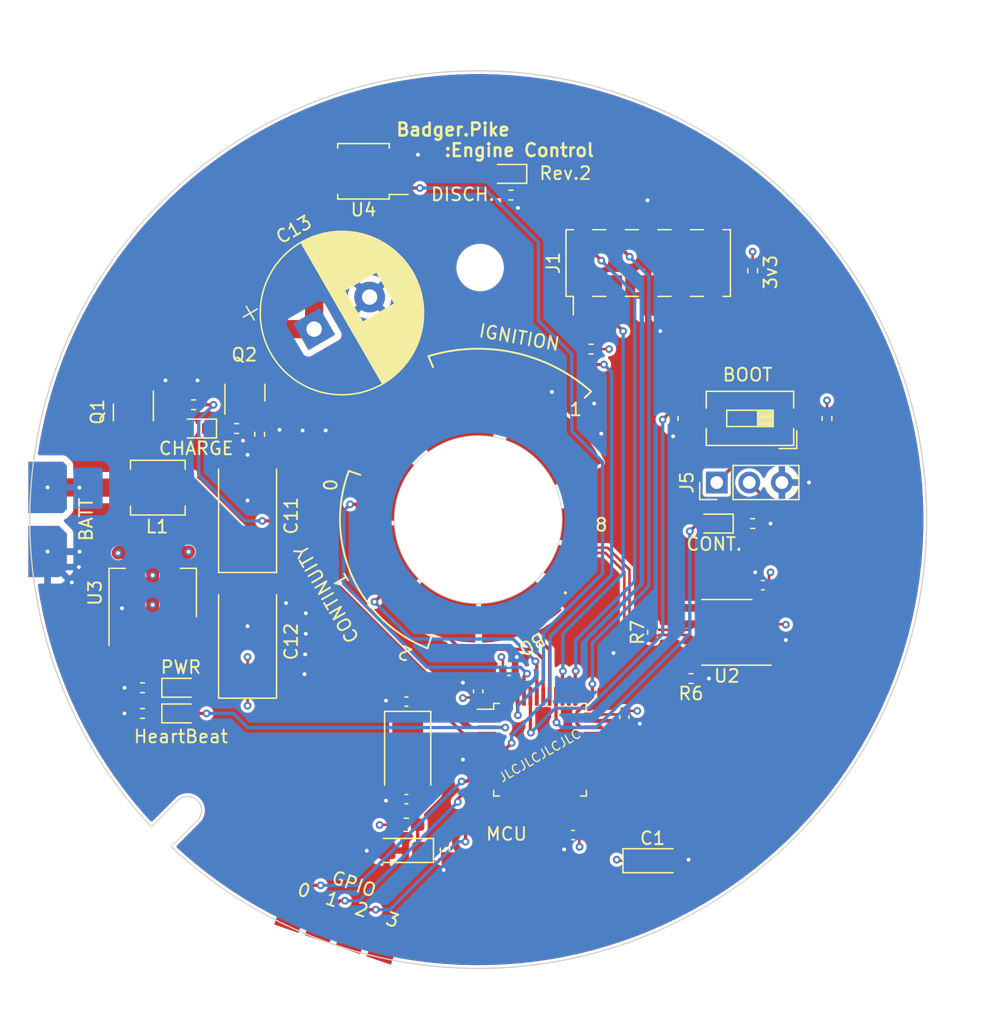
<source format=kicad_pcb>
(kicad_pcb (version 20210722) (generator pcbnew)
  (layers (0 "F.Cu" signal) (1 "In1.Cu" power) (2 "In2.Cu" power) (31 "B.Cu" signal) (34 "B.Paste" user) (35 "F.Paste" user) (36 "B.SilkS" user "B.Silkscreen") (37 "F.SilkS" user "F.Silkscreen") (38 "B.Mask" user) (39 "F.Mask" user) (44 "Edge.Cuts" user))
  (net 0 "")
  (net 1 "+3V3")
  (net 2 "GND")
  (net 3 "/MCU/Vdda")
  (net 4 "/MCU/XTAL_IN")
  (net 5 "/MCU/XTAL_OUT")
  (net 6 "Net-(C11-Pad1)")
  (net 7 "Net-(D1-Pad1)")
  (net 8 "Net-(D1-Pad2)")
  (net 9 "Net-(D2-Pad1)")
  (net 10 "Net-(D3-Pad1)")
  (net 11 "/Ignition/CONT_INDICATION")
  (net 12 "/MCU/nRESET")
  (net 13 "/MCU/SWCLK")
  (net 14 "/MCU/SWO")
  (net 15 "/MCU/SWDIO")
  (net 16 "Net-(J1-Pad7)")
  (net 19 "/Ignition/BATT+")
  (net 20 "/Ignition/CONT0")
  (net 21 "/Ignition/CONT1")
  (net 22 "/Ignition/CONT2")
  (net 23 "/Ignition/BURNOUT")
  (net 24 "Net-(R1-Pad1)")
  (net 25 "Net-(R2-Pad2)")
  (net 26 "Net-(R6-Pad2)")
  (net 27 "/Ignition/IGN0")
  (net 28 "Net-(C13-Pad1)")
  (net 29 "/MCU/GPIO0")
  (net 30 "/MCU/GPIO1")
  (net 31 "/MCU/GPIO2")
  (net 32 "/MCU/GPIO3")
  (net 40 "Net-(D4-Pad1)")
  (net 41 "Net-(D4-Pad2)")
  (net 47 "/MCU/CAN_RX")
  (net 48 "/MCU/CAN_TX")
  (net 50 "Net-(D5-Pad1)")
  (net 52 "/MCU/UART_TX")
  (net 53 "/MCU/UART_RX")
  (net 54 "/Ignition/CAN+")
  (net 55 "/Ignition/CAN-")
  (net 56 "Net-(D5-Pad2)")
  (net 57 "/Ignition/IGN+")
  (net 58 "Net-(Q2-Pad1)")
  (net 59 "/Ignition/CHARGE")
  (net 60 "/MCU/SCL")
  (net 61 "/MCU/SDA")
  (net 62 "/Ignition/nDISCHARGE")
  (footprint "Connector_PinHeader_2.00mm:PinHeader_1x02_P2.00mm_Vertical" (layer "F.Cu") (at 66.406933 100)
    (fp_text reference "J3")
    (fp_text value "BATT")
  )
  (footprint "Resistor_SMD:R_0402_1005Metric" (layer "F.Cu") (at 73.806933 113.118644 180)
    (fp_text reference "R8")
    (fp_text value "1.5k")
  )
  (footprint "Resistor_SMD:R_0402_1005Metric" (layer "F.Cu") (at 115.206933 92.118644 90)
    (fp_text reference "R2")
    (fp_text value "10k")
  )
  (footprint "Inductor_SMD:L_0603_1608Metric_Pad1.05x0.95mm_HandSolder" (layer "F.Cu") (at 94.4 123.8)
    (fp_text reference "FB1")
    (fp_text value "180 @ 100 Mhz")
  )
  (footprint "Resistor_SMD:R_0402_1005Metric" (layer "F.Cu") (at 77.8 91.06 180)
    (fp_text reference "R11")
    (fp_text value "220R")
  )
  (footprint "Capacitor_Tantalum_SMD:CP_EIA-7343-31_Kemet-D" (layer "F.Cu") (at 82.006933 109.518644 90)
    (fp_text reference "C12")
    (fp_text value "100u")
  )
  (footprint "Resistor_SMD:R_0402_1005Metric" (layer "F.Cu") (at 121.406933 80.608644 90)
    (fp_text reference "R5")
    (fp_text value "0R")
  )
  (footprint "Package_TO_SOT_SMD:SOT-23" (layer "F.Cu") (at 73.1 91.66 -90)
    (fp_text reference "Q1")
    (fp_text value "Q_NMOS_GSD")
  )
  (footprint "MountingHole:MountingHole_3.2mm_M3" (layer "F.Cu") (at 100.15 80.36)
    (fp_text reference "REF**")
    (fp_text value "MountingHole_3.2mm_M3")
  )
  (footprint "Connector_PinHeader_2.54mm:PinHeader_2x05_P2.54mm_Vertical_SMD" (layer "F.Cu") (at 113.26 80.01 90)
    (fp_text reference "J1")
    (fp_text value "Debugger")
  )
  (footprint "LED_SMD:LED_0603_1608Metric" (layer "F.Cu") (at 76.806933 115.118644)
    (fp_text reference "D1")
    (fp_text value "LED_HeartBeat")
  )
  (footprint "Resistor_SMD:R_0402_1005Metric" (layer "F.Cu") (at 127.206933 92.118644 90)
    (fp_text reference "R1")
    (fp_text value "1.5k")
  )
  (footprint "Package_TO_SOT_SMD:SOT-23" (layer "F.Cu") (at 81.8 90.11 90)
    (fp_text reference "Q2")
    (fp_text value "Q_NMOS_GSD")
  )
  (footprint "Resistor_SMD:R_0402_1005Metric" (layer "F.Cu") (at 82.95 93.36 90)
    (fp_text reference "R13")
    (fp_text value "220R")
  )
  (footprint "badger-connectors:CentroidPad-8-13mm" (layer "F.Cu") (at 100 100)
    (fp_text reference "J2")
    (fp_text value "Centroid")
  )
  (footprint "Capacitor_SMD:C_0402_1005Metric" (layer "F.Cu") (at 100 113.4 90)
    (fp_text reference "C7")
    (fp_text value "100nF")
  )
  (footprint "LED_SMD:LED_0603_1608Metric" (layer "F.Cu") (at 102.3 73.06 180)
    (fp_text reference "D5")
    (fp_text value "LED_Discharge")
  )
  (footprint "Capacitor_SMD:C_0402_1005Metric" (layer "F.Cu") (at 122.206933 105.118644 180)
    (fp_text reference "C10")
    (fp_text value "100nF")
  )
  (footprint "Capacitor_Tantalum_SMD:CP_EIA-7343-31_Kemet-D" (layer "F.Cu") (at 82.006933 99.718644 90)
    (fp_text reference "C11")
    (fp_text value "100uF")
  )
  (footprint "Capacitor_SMD:C_0402_1005Metric" (layer "F.Cu") (at 94.4 114.2 180)
    (fp_text reference "C8")
    (fp_text value "10pF")
  )
  (footprint "Crystal:Crystal_SMD_5032-2Pin_5.0x3.2mm" (layer "F.Cu") (at 94.5 118.01 -90)
    (fp_text reference "Y1")
    (fp_text value "8 Mhz 5032")
  )
  (footprint "Capacitor_SMD:C_0402_1005Metric" (layer "F.Cu") (at 94.4 121.8 180)
    (fp_text reference "C9")
    (fp_text value "10pF")
  )
  (footprint "Package_SO:SOIC-8_3.9x4.9mm_P1.27mm" (layer "F.Cu") (at 119.4 108.8 180)
    (fp_text reference "U2")
    (fp_text value "SN65HVD230")
  )
  (footprint "Capacitor_SMD:C_0402_1005Metric" (layer "F.Cu") (at 97.4 125.72 -90)
    (fp_text reference "C5")
    (fp_text value "100nF")
  )
  (footprint "Resistor_SMD:R_0402_1005Metric" (layer "F.Cu") (at 73.806933 115.118644)
    (fp_text reference "R3")
    (fp_text value "1.5k")
  )
  (footprint "Capacitor_THT:CP_Radial_D12.5mm_P5.00mm" (layer "F.Cu") (at 87.2 85.16 30)
    (fp_text reference "C13")
    (fp_text value "2000uF")
  )
  (footprint "LED_SMD:LED_0603_1608Metric" (layer "F.Cu") (at 76.806933 113.118644)
    (fp_text reference "D2")
    (fp_text value "LED_PWR")
  )
  (footprint "Resistor_SMD:R_0402_1005Metric" (layer "F.Cu") (at 81.15 92.91 180)
    (fp_text reference "R9")
    (fp_text value "1.5k")
  )
  (footprint "Package_TO_SOT_SMD:SOT-223-3_TabPin2" (layer "F.Cu") (at 74.606933 105.718644 90)
    (fp_text reference "U3")
    (fp_text value "AMS1117-3.3")
  )
  (footprint "LED_SMD:LED_0603_1608Metric" (layer "F.Cu") (at 118.406933 100.318644 180)
    (fp_text reference "D3")
    (fp_text value "LED_Cont.")
  )
  (footprint "Capacitor_SMD:C_0402_1005Metric" (layer "F.Cu") (at 102.4 111.8)
    (fp_text reference "C6")
    (fp_text value "100nF")
  )
  (footprint "Package_SO:SOP-4_3.8x4.1mm_P2.54mm" (layer "F.Cu") (at 91.05 72.86 180)
    (fp_text reference "U4")
    (fp_text value "CPC1135N")
  )
  (footprint "Resistor_SMD:R_0402_1005Metric" (layer "F.Cu") (at 116.6 112.4 180)
    (fp_text reference "R6")
    (fp_text value "0R")
  )
  (footprint "Resistor_SMD:R_0402_1005Metric" (layer "F.Cu") (at 108.806933 86.718644 180)
    (fp_text reference "R4")
    (fp_text value "10k")
  )
  (footprint "Button_Switch_SMD:SW_DIP_SPSTx01_Slide_6.7x4.1mm_W6.73mm_P2.54mm_LowProfile_JPin" (layer "F.Cu") (at 121.2 92.118644 180)
    (fp_text reference "SW1")
    (fp_text value "BOOT")
  )
  (footprint "Inductor_SMD:L_Vishay_IHLP-1616" (layer "F.Cu") (at 75.006933 97.518644)
    (fp_text reference "L1")
    (fp_text value "4.7uH")
  )
  (footprint "Package_QFP:LQFP-48_7x7mm_P0.5mm" (layer "F.Cu") (at 104.82 117.95)
    (fp_text reference "U1")
    (fp_text value "STM32F103C8Tx")
  )
  (footprint "Capacitor_SMD:C_0402_1005Metric" (layer "F.Cu") (at 107.4 124.6 180)
    (fp_text reference "C2")
    (fp_text value "100nF")
  )
  (footprint "LED_SMD:LED_0603_1608Metric" (layer "F.Cu") (at 78.1 92.91 180)
    (fp_text reference "D4")
    (fp_text value "LED_Charge")
  )
  (footprint "Capacitor_Tantalum_SMD:CP_EIA-3216-18_Kemet-A" (layer "F.Cu") (at 94.2 125.8 180)
    (fp_text reference "C3")
    (fp_text value "1uF")
  )
  (footprint "Capacitor_SMD:C_0402_1005Metric" (layer "F.Cu") (at 111.4 115.4 -90)
    (fp_text reference "C4")
    (fp_text value "100nF")
  )
  (footprint "Resistor_SMD:R_0402_1005Metric" (layer "F.Cu") (at 121.406933 100.318644)
    (fp_text reference "R10")
    (fp_text value "1.5k")
  )
  (footprint "Connector_PinHeader_2.54mm:PinHeader_1x04_P2.54mm_Vertical" (layer "F.Cu") (at 85.436101 130.718968 71)
    (fp_text reference "J7")
    (fp_text value "GPIO")
  )
  (footprint "Resistor_SMD:R_0402_1005Metric" (layer "F.Cu") (at 102.55 74.71)
    (fp_text reference "R12")
    (fp_text value "1.5k")
  )
  (footprint "Resistor_SMD:R_0402_1005Metric" (layer "F.Cu") (at 113.6 108.8 90)
    (fp_text reference "R7")
    (fp_text value "120R")
  )
  (footprint "Capacitor_Tantalum_SMD:CP_EIA-3216-18_Kemet-A" (layer "F.Cu") (at 113.6 126.6)
    (fp_text reference "C1")
    (fp_text value "10uF")
  )
  (footprint "Connector_PinHeader_2.54mm:PinHeader_1x03_P2.54mm_Vertical" (layer "F.Cu") (at 118.606933 97.118644 90)
    (fp_text reference "J5")
    (fp_text value "UART")
  )
  (gr_arc (start 100 100.01) (end 108.806933 90.018644) (angle -58.32224609) (layer "F.SilkS") (width 0.15))
  (gr_line (start 96.472089 88.118294) (end 96.122089 87.268294) (layer "F.SilkS") (width 0.15))
  (gr_arc (start 100 100.01) (end 89.906934 96.218644) (angle -89.09307395) (layer "F.SilkS") (width 0.15))
  (gr_line (start 108.306933 90.518644) (end 108.806933 90.018644) (layer "F.SilkS") (width 0.15))
  (gr_line (start 96.349364 109.141792) (end 96.049364 110.041792) (layer "F.SilkS") (width 0.15))
  (gr_line (start 90.806933 96.518644) (end 89.906933 96.218644) (layer "F.SilkS") (width 0.15))
  (gr_line (start 76.574597 121.885403) (end 74.5 123.96) (layer "Edge.Cuts") (width 0.1))
  (gr_arc (start 100 100.01) (end 74.5 123.96) (angle 356.409327) (layer "Edge.Cuts") (width 0.1))
  (gr_circle (center 100 100.01) (end 106.5 100.01) (layer "Edge.Cuts") (width 0.15) (fill none))
  (gr_arc (start 77.324597 122.685403) (end 78.124597 123.435403) (angle -176.3047795) (layer "Edge.Cuts") (width 0.1))
  (gr_line (start 78.124597 123.435403) (end 76.05 125.51) (layer "Edge.Cuts") (width 0.1))
  (gr_text "1" (at 88.606933 129.618644 341) (layer "F.SilkS") (effects (font (size 1 1))))
  (gr_text "DISCH." (at 98.8 74.66) (layer "F.SilkS") (effects (font (size 1 1))))
  (gr_text "MCU" (at 102.206933 124.518644) (layer "F.SilkS") (effects (font (size 1 1))))
  (gr_text "CONT." (at 118.406933 101.918644) (layer "F.SilkS") (effects (font (size 1 1))))
  (gr_text "3" (at 93.306933 131.218644 341) (layer "F.SilkS") (effects (font (size 1 1))))
  (gr_text "2" (at 94.3 110.41 155) (layer "F.SilkS") (effects (font (size 1 1))))
  (gr_text "3v3" (at 122.806933 80.718644 90) (layer "F.SilkS") (effects (font (size 1 1))))
  (gr_text "CHARGE" (at 78 94.46) (layer "F.SilkS") (effects (font (size 1 1))))
  (gr_text "2" (at 90.906933 130.418644 341) (layer "F.SilkS") (effects (font (size 1 1))))
  (gr_text "." (at 106.8 105.31) (layer "F.SilkS") (effects (font (size 1 1))))
  (gr_text "1" (at 107.606933 91.418644) (layer "F.SilkS") (effects (font (size 1 1))))
  (gr_text "PWR" (at 76.806933 111.518644) (layer "F.SilkS") (effects (font (size 1 1))))
  (gr_text "0" (at 88.5 97.31 90) (layer "F.SilkS") (effects (font (size 1 1))))
  (gr_text "IGNITION" (at 103.206933 85.818644 -10) (layer "F.SilkS") (effects (font (size 1 1))))
  (gr_text "BO" (at 104.2 109.71 210) (layer "F.SilkS") (effects (font (size 1 1))))
  (gr_text "JLCJLCJLCJLC" (at 104.8 118.41 30) (layer "F.SilkS") (effects (font (size 0.7 0.7) (thickness 0.1))))
  (gr_text "Badger.Pike\n	:Engine Control" (at 93.5 70.41) (layer "F.SilkS") (effects (font (size 1 1) (thickness 0.2)) (justify left)))
  (gr_text "1" (at 89.3 104.71 120) (layer "F.SilkS") (effects (font (size 1 1))))
  (gr_text "0" (at 86.406933 128.918644 341) (layer "F.SilkS") (effects (font (size 1 1))))
  (gr_text "CONTINUITY" (at 88.2 105.81 120) (layer "F.SilkS") (effects (font (size 1 1))))
  (gr_text "BOOT" (at 121.006933 88.718644) (layer "F.SilkS") (effects (font (size 1 1))))
  (gr_text "Rev.2" (at 106.8 73.01) (layer "F.SilkS") (effects (font (size 1 1))))
  (gr_text "HeartBeat" (at 76.806933 116.918644) (layer "F.SilkS") (effects (font (size 1 1))))
  (gr_text "8" (at 109.606933 100.418644) (layer "F.SilkS") (effects (font (size 1 1))))
  (gr_text "GPIO" (at 90.306933 128.418644 341) (layer "F.SilkS") (effects (font (size 1 1))))
  (segment (start 102.07 111.95) (end 101.92 111.8) (width 0.2) (layer "F.Cu") (net 1))
  (segment (start 74.606933 102.568644) (end 71.956933 102.568644) (width 1) (layer "F.Cu") (net 1))
  (segment (start 112.405577 114.92) (end 112.406933 114.918644) (width 0.2) (layer "F.Cu") (net 1))
  (segment (start 98.845577 113.88) (end 98.806933 113.918644) (width 0.2) (layer "F.Cu") (net 1))
  (segment (start 121.875 108.165) (end 123.965 108.165) (width 0.2) (layer "F.Cu") (net 1))
  (segment (start 107.88 124.188966) (end 107.88 124.6) (width 0.2) (layer "F.Cu") (net 1))
  (segment (start 100 113.88) (end 100 114.5425) (width 0.2) (layer "F.Cu") (net 1))
  (segment (start 121.406933 80.098644) (end 121.406933 79.118644) (width 0.2) (layer "F.Cu") (net 1))
  (segment (start 82.006933 112.631144) (end 82.006933 114.518644) (width 0.2) (layer "F.Cu") (net 1))
  (segment (start 107.88 124.6) (end 107.88 125.491711) (width 0.2) (layer "F.Cu") (net 1))
  (segment (start 109.316933 86.718644) (end 110.206933 86.718644) (width 0.2) (layer "F.Cu") (net 1))
  (segment (start 110.888289 126.6) (end 110.806933 126.518644) (width 0.2) (layer "F.Cu") (net 1))
  (segment (start 111.4 114.92) (end 112.405577 114.92) (width 0.2) (layer "F.Cu") (net 1))
  (segment (start 101.92 111.8) (end 101.92 110.831711) (width 0.2) (layer "F.Cu") (net 1))
  (segment (start 101.92 110.831711) (end 101.806933 110.718644) (width 0.2) (layer "F.Cu") (net 1))
  (segment (start 100 114.5425) (end 100.6575 115.2) (width 0.2) (layer "F.Cu") (net 1))
  (segment (start 74.606933 106.653067) (end 74.606933 104.353067) (width 1) (layer "F.Cu") (net 1))
  (segment (start 107.57 123.878966) (end 107.88 124.188966) (width 0.2) (layer "F.Cu") (net 1))
  (segment (start 74.606933 102.568644) (end 74.606933 104.353067) (width 1) (layer "F.Cu") (net 1))
  (segment (start 77.594433 113.118644) (end 81.519433 113.118644) (width 0.2) (layer "F.Cu") (net 1))
  (segment (start 92.325577 123.8) (end 92.306933 123.818644) (width 0.2) (layer "F.Cu") (net 1))
  (segment (start 108.9825 115.2) (end 111.12 115.2) (width 0.2) (layer "F.Cu") (net 1))
  (segment (start 71.956933 102.568644) (end 71.906933 102.618644) (width 1) (layer "F.Cu") (net 1))
  (segment (start 123.965 108.165) (end 124 108.2) (width 0.2) (layer "F.Cu") (net 1))
  (segment (start 127.206933 91.608644) (end 127.206933 90.718644) (width 0.2) (layer "F.Cu") (net 1))
  (segment (start 111.12 115.2) (end 111.4 114.92) (width 0.2) (layer "F.Cu") (net 1))
  (segment (start 74.606933 102.568644) (end 77.356933 102.568644) (width 1) (layer "F.Cu") (net 1))
  (segment (start 82.006933 112.631144) (end 82.006933 110.718644) (width 0.2) (layer "F.Cu") (net 1))
  (segment (start 122.686933 104.238644) (end 122.806933 104.118644) (width 0.2) (layer "F.Cu") (net 1))
  (segment (start 122.686933 105.118644) (end 122.686933 104.238644) (width 0.2) (layer "F.Cu") (net 1))
  (segment (start 112.25 126.6) (end 110.888289 126.6) (width 0.2) (layer "F.Cu") (net 1))
  (segment (start 74.606933 108.868644) (end 74.606933 106.653067) (width 1) (layer "F.Cu") (net 1))
  (segment (start 107.57 122.1125) (end 107.57 123.878966) (width 0.2) (layer "F.Cu") (net 1))
  (segment (start 107.88 125.491711) (end 107.906933 125.518644) (width 0.2) (layer "F.Cu") (net 1))
  (segment (start 100 113.88) (end 98.845577 113.88) (width 0.2) (layer "F.Cu") (net 1))
  (segment (start 102.07 113.7875) (end 102.07 111.95) (width 0.2) (layer "F.Cu") (net 1))
  (segment (start 93.525 123.8) (end 92.325577 123.8) (width 0.2) (layer "F.Cu") (net 1))
  (segment (start 81.519433 113.118644) (end 82.006933 112.631144) (width 0.2) (layer "F.Cu") (net 1))
  (segment (start 77.356933 102.568644) (end 77.406933 102.518644) (width 1) (layer "F.Cu") (net 1))
  (via (at 122.806933 104.118644) (size 0.6) (drill 0.3) (layers "F.Cu" "B.Cu") (net 1))
  (via (at 98.806933 113.918644) (size 0.6) (drill 0.3) (layers "F.Cu" "B.Cu") (net 1))
  (via (at 77.406933 102.518644) (size 0.6) (drill 0.3) (layers "F.Cu" "B.Cu") (net 1))
  (via (at 110.206933 86.718644) (size 0.6) (drill 0.3) (layers "F.Cu" "B.Cu") (net 1))
  (via (at 74.606933 106.653067) (size 0.6) (drill 0.3) (layers "F.Cu" "B.Cu") (net 1))
  (via (at 101.806933 110.718644) (size 0.6) (drill 0.3) (layers "F.Cu" "B.Cu") (net 1))
  (via (at 112.406933 114.918644) (size 0.6) (drill 0.3) (layers "F.Cu" "B.Cu") (net 1))
  (via (at 107.906933 125.518644) (size 0.6) (drill 0.3) (layers "F.Cu" "B.Cu") (net 1))
  (via (at 121.406933 79.118644) (size 0.6) (drill 0.3) (layers "F.Cu" "B.Cu") (net 1))
  (via (at 82.006933 114.518644) (size 0.6) (drill 0.3) (layers "F.Cu" "B.Cu") (net 1))
  (via (at 127.206933 90.718644) (size 0.6) (drill 0.3) (layers "F.Cu" "B.Cu") (net 1))
  (via (at 74.606933 104.353067) (size 0.6) (drill 0.3) (layers "F.Cu" "B.Cu") (net 1))
  (via (at 92.306933 123.818644) (size 0.6) (drill 0.3) (layers "F.Cu" "B.Cu") (net 1))
  (via (at 71.906933 102.618644) (size 0.6) (drill 0.3) (layers "F.Cu" "B.Cu") (net 1))
  (via (at 110.806933 126.518644) (size 0.6) (drill 0.3) (layers "F.Cu" "B.Cu") (net 1))
  (via (at 82.006933 110.718644) (size 0.6) (drill 0.3) (layers "F.Cu" "B.Cu") (net 1))
  (via (at 124 108.2) (size 0.6) (drill 0.3) (layers "F.Cu" "B.Cu") (net 1))
  (segment (start 105.6 90.21) (end 105.6 93.8) (width 1) (layer "F.Cu") (net 2))
  (segment (start 92.85 125.8) (end 91.325577 125.8) (width 0.4012) (layer "F.Cu") (net 2))
  (segment (start 82.006933 106.406144) (end 84.894433 106.406144) (width 0.254) (layer "F.Cu") (net 2))
  (segment (start 92.925577 121.8) (end 92.806933 121.918644) (width 0.4012) (layer "F.Cu") (net 2))
  (segment (start 73.296933 113.118644) (end 72.406933 113.118644) (width 0.254) (layer "F.Cu") (net 2))
  (segment (start 82.006933 96.606144) (end 82.006933 94.96) (width 0.4012) (layer "F.Cu") (net 2))
  (segment (start 98.825577 118.7) (end 98.806933 118.718644) (width 0.254) (layer "F.Cu") (net 2))
  (segment (start 100.6575 118.7) (end 98.825577 118.7) (width 0.254) (layer "F.Cu") (net 2))
  (segment (start 108.9825 115.7) (end 111.22 115.7) (width 0.254) (layer "F.Cu") (net 2))
  (segment (start 93.92 121.8) (end 92.925577 121.8) (width 0.4012) (layer "F.Cu") (net 2))
  (segment (start 116.325577 126.6) (end 116.406933 126.518644) (width 0.254) (layer "F.Cu") (net 2))
  (segment (start 84.894433 106.406144) (end 85.006933 106.518644) (width 0.254) (layer "F.Cu") (net 2))
  (segment (start 82.006933 96.606144) (end 82.006933 98.518644) (width 0.4012) (layer "F.Cu") (net 2))
  (segment (start 113.26 75.171711) (end 113.206933 75.118644) (width 0.254) (layer "F.Cu") (net 2))
  (segment (start 97.4 127.225577) (end 97.306933 127.318644) (width 0.4012) (layer "F.Cu") (net 2))
  (segment (start 106.21 93.8) (end 109.05 90.96) (width 1) (layer "F.Cu") (net 2))
  (segment (start 105.6 93.8) (end 106.21 93.8) (width 1) (layer "F.Cu") (net 2))
  (segment (start 115.206933 92.628644) (end 115.206933 93.518644) (width 0.254) (layer "F.Cu") (net 2))
  (segment (start 72.306933 107.018644) (end 72.206933 106.918644) (width 0.4012) (layer "F.Cu") (net 2))
  (segment (start 113.26 84.371711) (end 114.206933 85.318644) (width 0.254) (layer "F.Cu") (net 2))
  (segment (start 123.686933 97.118644) (end 125.806933 97.118644) (width 0.254) (layer "F.Cu") (net 2))
  (segment (start 102.57 113.7875) (end 102.57 112.11) (width 0.254) (layer "F.Cu") (net 2))
  (segment (start 105.75 90.06) (end 105.6 90.21) (width 1) (layer "F.Cu") (net 2))
  (segment (start 97.4 126.2) (end 97.4 127.225577) (width 0.4012) (layer "F.Cu") (net 2))
  (segment (start 121.875 109.435) (end 123.965 109.435) (width 0.254) (layer "F.Cu") (net 2))
  (segment (start 107.07 122.1125) (end 107.07 124.45) (width 0.254) (layer "F.Cu") (net 2))
  (segment (start 106.706933 125.718644) (end 106.92 125.505577) (width 0.254) (layer "F.Cu") (net 2))
  (segment (start 102.04 74.71) (end 102.1 74.71) (width 0.254) (layer "F.Cu") (net 2))
  (segment (start 91.325577 125.8) (end 91.306933 125.818644) (width 0.4012) (layer "F.Cu") (net 2))
  (segment (start 107.07 124.45) (end 106.92 124.6) (width 0.254) (layer "F.Cu") (net 2))
  (segment (start 121.726933 104.238644) (end 121.606933 104.118644) (width 0.254) (layer "F.Cu") (net 2))
  (segment (start 113.26 82.535) (end 113.26 84.371711) (width 0.254) (layer "F.Cu") (net 2))
  (segment (start 103.006933 110.718644) (end 102.88 110.845577) (width 0.254) (layer "F.Cu") (net 2))
  (segment (start 93.92 114.2) (end 92.888289 114.2) (width 0.4012) (layer "F.Cu") (net 2))
  (segment (start 102.57 112.11) (end 102.88 111.8) (width 0.254) (layer "F.Cu") (net 2))
  (segment (start 112.568289 115.88) (end 112.606933 115.918644) (width 0.254) (layer "F.Cu") (net 2))
  (segment (start 109.6 93.31) (end 106.09 93.31) (width 1) (layer "F.Cu") (net 2))
  (segment (start 81.66 93.85) (end 81.65 93.86) (width 0.254) (layer "F.Cu") (net 2))
  (segment (start 123.965 109.435) (end 124 109.4) (width 0.254) (layer "F.Cu") (net 2))
  (segment (start 102.1 74.71) (end 103.1 75.71) (width 0.254) (layer "F.Cu") (net 2))
  (segment (start 114.95 126.6) (end 116.325577 126.6) (width 0.254) (layer "F.Cu") (net 2))
  (segment (start 92.888289 114.2) (end 92.806933 114.118644) (width 0.4012) (layer "F.Cu") (net 2))
  (segment (start 111.22 115.7) (end 111.4 115.88) (width 0.254) (layer "F.Cu") (net 2))
  (segment (start 106.92 125.505577) (end 106.92 124.6) (width 0.254) (layer "F.Cu") (net 2))
  (segment (start 121.916933 100.318644) (end 122.806933 100.318644) (width 0.254) (layer "F.Cu") (net 2))
  (segment (start 95.27 71.59) (end 95.3 71.56) (width 0.254) (layer "F.Cu") (net 2))
  (segment (start 93.8 71.59) (end 95.27 71.59) (width 0.254) (layer "F.Cu") (net 2))
  (segment (start 106.09 93.31) (end 105.6 93.8) (width 1) (layer "F.Cu") (net 2))
  (segment (start 117.11 112.4) (end 118 112.4) (width 0.254) (layer "F.Cu") (net 2))
  (segment (start 102.88 110.845577) (end 102.88 111.8) (width 0.254) (layer "F.Cu") (net 2))
  (segment (start 98.806933 112.718644) (end 99.008289 112.92) (width 0.4012) (layer "F.Cu") (net 2))
  (segment (start 121.726933 105.118644) (end 121.726933 104.238644) (width 0.254) (layer "F.Cu") (net 2))
  (segment (start 82.006933 106.406144) (end 82.006933 108.318644) (width 0.254) (layer "F.Cu") (net 2))
  (segment (start 111.4 115.88) (end 112.568289 115.88) (width 0.254) (layer "F.Cu") (net 2))
  (segment (start 113.26 77.485) (end 113.26 75.171711) (width 0.254) (layer "F.Cu") (net 2))
  (segment (start 81.66 92.91) (end 81.66 93.85) (width 0.254) (layer "F.Cu") (net 2))
  (segment (start 99.008289 112.92) (end 100 112.92) (width 0.4012) (layer "F.Cu") (net 2))
  (segment (start 72.306933 108.868644) (end 72.306933 107.018644) (width 0.4012) (layer "F.Cu") (net 2))
  (segment (start 73.296933 115.118644) (end 72.406933 115.118644) (width 0.254) (layer "F.Cu") (net 2))
  (via (at 103.1 75.71) (size 0.6) (drill 0.3) (layers "F.Cu" "B.Cu") (net 2))
  (via (at 121.606933 104.118644) (size 0.6) (drill 0.3) (layers "F.Cu" "B.Cu") (net 2))
  (via (at 125.806933 97.118644) (size 0.6) (drill 0.3) (layers "F.Cu" "B.Cu") (net 2))
  (via (at 113.206933 75.118644) (size 0.6) (drill 0.3) (layers "F.Cu" "B.Cu") (net 2))
  (via (at 97.306933 127.318644) (size 0.6) (drill 0.3) (layers "F.Cu" "B.Cu") (net 2))
  (via (at 78.1 89.16) (size 0.6) (drill 0.3) (layers "F.Cu" "B.Cu") (net 2))
  (via (at 82.006933 108.318644) (size 0.6) (drill 0.3) (layers "F.Cu" "B.Cu") (net 2))
  (via (at 115.206933 93.518644) (size 0.6) (drill 0.3) (layers "F.Cu" "B.Cu") (net 2))
  (via (at 68.3 104.91) (size 0.6) (drill 0.3) (layers "F.Cu" "B.Cu") (net 2))
  (via (at 84.5 93.01) (size 0.6) (drill 0.3) (layers "F.Cu" "B.Cu") (net 2))
  (via (at 86.3 93.06) (size 0.6) (drill 0.3) (layers "F.Cu" "B.Cu") (net 2))
  (via (at 92.806933 114.118644) (size 0.6) (drill 0.3) (layers "F.Cu" "B.Cu") (net 2))
  (via (at 86.45 112.06) (size 0.6) (drill 0.3) (layers "F.Cu" "B.Cu") (net 2))
  (via (at 85.006933 106.518644) (size 0.6) (drill 0.3) (layers "F.Cu" "B.Cu") (net 2))
  (via (at 72.406933 113.118644) (size 0.6) (drill 0.3) (layers "F.Cu" "B.Cu") (net 2))
  (via (at 110.55 110.41) (size 0.6) (drill 0.3) (layers "F.Cu" "B.Cu") (net 2))
  (via (at 105.75 90.06) (size 0.6) (drill 0.3) (layers "F.Cu" "B.Cu") (net 2))
  (via (at 68.9 102.51) (size 0.6) (drill 0.3) (layers "F.Cu" "B.Cu") (net 2))
  (via (at 88.1 93.06) (size 0.6) (drill 0.3) (layers "F.Cu" "B.Cu") (net 2))
  (via (at 122.806933 100.318644) (size 0.6) (drill 0.3) (layers "F.Cu" "B.Cu") (net 2))
  (via (at 81.65 93.86) (size 0.6) (drill 0.3) (layers "F.Cu" "B.Cu") (net 2))
  (via (at 66.406933 102.5) (size 0.6) (drill 0.3) (layers "F.Cu" "B.Cu") (net 2))
  (via (at 109.05 90.96) (size 0.6) (drill 0.3) (layers "F.Cu" "B.Cu") (net 2))
  (via (at 103.006933 110.718644) (size 0.6) (drill 0.3) (layers "F.Cu" "B.Cu") (net 2))
  (via (at 82.006933 94.96) (size 0.6) (drill 0.3) (layers "F.Cu" "B.Cu") (net 2))
  (via (at 75.6 89.16) (size 0.6) (drill 0.3) (layers "F.Cu" "B.Cu") (net 2))
  (via (at 86.5 110.51) (size 0.6) (drill 0.3) (layers "F.Cu" "B.Cu") (net 2))
  (via (at 98.806933 112.718644) (size 0.6) (drill 0.3) (layers "F.Cu" "B.Cu") (net 2))
  (via (at 112.606933 115.918644) (size 0.6) (drill 0.3) (layers "F.Cu" "B.Cu") (net 2))
  (via (at 118 112.4) (size 0.6) (drill 0.3) (layers "F.Cu" "B.Cu") (net 2))
  (via (at 116.406933 126.518644) (size 0.6) (drill 0.3) (layers "F.Cu" "B.Cu") (net 2))
  (via (at 98.806933 118.718644) (size 0.6) (drill 0.3) (layers "F.Cu" "B.Cu") (net 2))
  (via (at 92.806933 121.918644) (size 0.6) (drill 0.3) (layers "F.Cu" "B.Cu") (net 2))
  (via (at 124 109.4) (size 0.6) (drill 0.3) (layers "F.Cu" "B.Cu") (net 2))
  (via (at 68.85 103.71) (size 0.6) (drill 0.3) (layers "F.Cu" "B.Cu") (net 2))
  (via (at 82.006933 98.518644) (size 0.6) (drill 0.3) (layers "F.Cu" "B.Cu") (net 2))
  (via (at 72.406933 115.118644) (size 0.6) (drill 0.3) (layers "F.Cu" "B.Cu") (net 2))
  (via (at 106.706933 125.718644) (size 0.6) (drill 0.3) (layers "F.Cu" "B.Cu") (net 2))
  (via (at 109.6 93.31) (size 0.6) (drill 0.3) (layers "F.Cu" "B.Cu") (net 2))
  (via (at 114.206933 85.318644) (size 0.6) (drill 0.3) (layers "F.Cu" "B.Cu") (net 2))
  (via (at 86.55 108.91) (size 0.6) (drill 0.3) (layers "F.Cu" "B.Cu") (net 2))
  (via (at 95.3 71.56) (size 0.6) (drill 0.3) (layers "F.Cu" "B.Cu") (net 2))
  (via (at 86.55 107.31) (size 0.6) (drill 0.3) (layers "F.Cu" "B.Cu") (net 2))
  (via (at 72.206933 106.918644) (size 0.6) (drill 0.3) (layers "F.Cu" "B.Cu") (net 2))
  (via (at 91.306933 125.818644) (size 0.6) (drill 0.3) (layers "F.Cu" "B.Cu") (net 2))
  (segment (start 66.406933 103.016933) (end 68.3 104.91) (width 0.508) (layer "B.Cu") (net 2))
  (segment (start 66.416933 102.51) (end 66.406933 102.5) (width 0.254) (layer "B.Cu") (net 2))
  (segment (start 68.85 103.71) (end 67.616933 103.71) (width 0.508) (layer "B.Cu") (net 2))
  (segment (start 68.9 102.51) (end 66.416933 102.51) (width 0.508) (layer "B.Cu") (net 2))
  (segment (start 66.406933 102.5) (end 66.406933 103.016933) (width 0.254) (layer "B.Cu") (net 2))
  (segment (start 67.616933 103.71) (end 66.406933 102.5) (width 0.508) (layer "B.Cu") (net 2))
  (segment (start 95.275 122.925) (end 95.275 123.8) (width 0.254) (layer "F.Cu") (net 3))
  (segment (start 95.275 123.8) (end 95.275 125.525) (width 0.254) (layer "F.Cu") (net 3))
  (segment (start 99.991508 119.2) (end 99.872864 119.318644) (width 0.254) (layer "F.Cu") (net 3))
  (segment (start 96.8 121.4) (end 95.275 122.925) (width 0.254) (layer "F.Cu") (net 3))
  (segment (start 96.8 120.2) (end 96.8 121.4) (width 0.254) (layer "F.Cu") (net 3))
  (segment (start 97.4 125.24) (end 96.11 125.24) (width 0.254) (layer "F.Cu") (net 3))
  (segment (start 96.11 125.24) (end 95.55 125.8) (width 0.254) (layer "F.Cu") (net 3))
  (segment (start 100.6575 119.2) (end 99.991508 119.2) (width 0.254) (layer "F.Cu") (net 3))
  (segment (start 97.681356 119.318644) (end 96.8 120.2) (width 0.254) (layer "F.Cu") (net 3))
  (segment (start 99.872864 119.318644) (end 97.681356 119.318644) (width 0.254) (layer "F.Cu") (net 3))
  (segment (start 95.275 125.525) (end 95.55 125.8) (width 0.254) (layer "F.Cu") (net 3))
  (segment (start 94.88 114.2) (end 94.88 115.78) (width 0.254) (layer "F.Cu") (net 4))
  (segment (start 95.54 117.2) (end 94.5 116.16) (width 0.254) (layer "F.Cu") (net 4))
  (segment (start 94.88 115.78) (end 94.5 116.16) (width 0.254) (layer "F.Cu") (net 4))
  (segment (start 100.6575 117.2) (end 95.54 117.2) (width 0.254) (layer "F.Cu") (net 4))
  (segment (start 96.66 117.7) (end 94.5 119.86) (width 0.254) (layer "F.Cu") (net 5))
  (segment (start 94.88 120.24) (end 94.5 119.86) (width 0.254) (layer "F.Cu") (net 5))
  (segment (start 94.88 121.8) (end 94.88 120.24) (width 0.254) (layer "F.Cu") (net 5))
  (segment (start 100.6575 117.7) (end 96.66 117.7) (width 0.254) (layer "F.Cu") (net 5))
  (segment (start 76.899183 97.518644) (end 77.806933 97.518644) (width 1) (layer "F.Cu") (net 6))
  (segment (start 81.294433 102.831144) (end 76.906933 107.218644) (width 1) (layer "F.Cu") (net 6))
  (segment (start 77.806933 97.518644) (end 82.006933 101.718644) (width 1) (layer "F.Cu") (net 6))
  (segment (start 76.899183 97.518644) (end 77.206933 97.518644) (width 1) (layer "F.Cu") (net 6))
  (segment (start 82.006933 102.831144) (end 81.294433 102.831144) (width 1) (layer "F.Cu") (net 6))
  (segment (start 82.006933 101.718644) (end 82.006933 102.831144) (width 1) (layer "F.Cu") (net 6))
  (segment (start 76.906933 107.218644) (end 76.906933 108.868644) (width 1) (layer "F.Cu") (net 6))
  (segment (start 76.019433 115.118644) (end 74.316933 115.118644) (width 0.254) (layer "F.Cu") (net 7))
  (segment (start 100.6575 116.2) (end 102.088289 116.2) (width 0.254) (layer "F.Cu") (net 8))
  (segment (start 78.806933 115.118644) (end 77.594433 115.118644) (width 0.254) (layer "F.Cu") (net 8))
  (segment (start 102.088289 116.2) (end 102.106933 116.218644) (width 0.254) (layer "F.Cu") (net 8))
  (via (at 78.806933 115.118644) (size 0.6) (drill 0.3) (layers "F.Cu" "B.Cu") (net 8))
  (via (at 102.106933 116.218644) (size 0.6) (drill 0.3) (layers "F.Cu" "B.Cu") (net 8))
  (segment (start 102.106933 116.218644) (end 82.006933 116.218644) (width 0.254) (layer "B.Cu") (net 8))
  (segment (start 81.806933 116.018644) (end 80.906933 115.118644) (width 0.254) (layer "B.Cu") (net 8))
  (segment (start 82.006933 116.218644) (end 81.806933 116.018644) (width 0.254) (layer "B.Cu") (net 8))
  (segment (start 80.906933 115.118644) (end 78.806933 115.118644) (width 0.254) (layer "B.Cu") (net 8))
  (segment (start 76.019433 113.118644) (end 74.316933 113.118644) (width 0.254) (layer "F.Cu") (net 9))
  (segment (start 119.194433 100.318644) (end 120.896933 100.318644) (width 0.254) (layer "F.Cu") (net 10))
  (segment (start 117.619433 100.318644) (end 117.106933 100.318644) (width 0.254) (layer "F.Cu") (net 11))
  (segment (start 117.106933 100.318644) (end 116.506933 100.918644) (width 0.254) (layer "F.Cu") (net 11))
  (segment (start 106.07 113.7875) (end 106.07 115.781711) (width 0.254) (layer "F.Cu") (net 11))
  (segment (start 106.07 115.781711) (end 106.106933 115.818644) (width 0.254) (layer "F.Cu") (net 11))
  (via (at 116.506933 100.918644) (size 0.6) (drill 0.3) (layers "F.Cu" "B.Cu") (net 11))
  (via (at 106.106933 115.818644) (size 0.6) (drill 0.3) (layers "F.Cu" "B.Cu") (net 11))
  (segment (start 116.506933 108.918644) (end 116.506933 100.918644) (width 0.254) (layer "B.Cu") (net 11))
  (segment (start 109.206933 116.218644) (end 109.906933 115.518644) (width 0.254) (layer "B.Cu") (net 11))
  (segment (start 106.506933 116.218644) (end 109.206933 116.218644) (width 0.254) (layer "B.Cu") (net 11))
  (segment (start 106.106933 115.818644) (end 106.506933 116.218644) (width 0.254) (layer "B.Cu") (net 11))
  (segment (start 109.906933 115.518644) (end 116.506933 108.918644) (width 0.254) (layer "B.Cu") (net 11))
  (segment (start 108.18 82.535) (end 108.18 86.601711) (width 0.254) (layer "F.Cu") (net 12))
  (segment (start 109.806933 87.918644) (end 109.151933 87.918644) (width 0.254) (layer "F.Cu") (net 12))
  (segment (start 108.18 86.601711) (end 108.296933 86.718644) (width 0.254) (layer "F.Cu") (net 12))
  (segment (start 108.296933 87.063644) (end 108.296933 86.718644) (width 0.254) (layer "F.Cu") (net 12))
  (segment (start 109.151933 87.918644) (end 108.296933 87.063644) (width 0.254) (layer "F.Cu") (net 12))
  (segment (start 102.606933 117.418644) (end 101.825577 118.2) (width 0.254) (layer "F.Cu") (net 12))
  (segment (start 101.825577 118.2) (end 100.6575 118.2) (width 0.254) (layer "F.Cu") (net 12))
  (via (at 102.606933 117.418644) (size 0.6) (drill 0.3) (layers "F.Cu" "B.Cu") (net 12))
  (via (at 109.806933 87.918644) (size 0.6) (drill 0.3) (layers "F.Cu" "B.Cu") (net 12))
  (segment (start 110.406933 88.518644) (end 109.806933 87.918644) (width 0.254) (layer "B.Cu") (net 12))
  (segment (start 105.606933 113.818644) (end 105.606933 109.118644) (width 0.254) (layer "B.Cu") (net 12))
  (segment (start 110.406933 104.318644) (end 110.406933 88.518644) (width 0.254) (layer "B.Cu") (net 12))
  (segment (start 105.606933 109.118644) (end 110.406933 104.318644) (width 0.254) (layer "B.Cu") (net 12))
  (segment (start 102.606933 117.418644) (end 102.606933 116.818644) (width 0.254) (layer "B.Cu") (net 12))
  (segment (start 102.606933 116.818644) (end 105.606933 113.818644) (width 0.254) (layer "B.Cu") (net 12))
  (segment (start 107.57 113.7875) (end 107.57 111.855577) (width 0.254) (layer "F.Cu") (net 13))
  (segment (start 107.57 111.855577) (end 107.606933 111.818644) (width 0.254) (layer "F.Cu") (net 13))
  (segment (start 108.18 78.391711) (end 108.18 77.485) (width 0.254) (layer "F.Cu") (net 13))
  (segment (start 109.606933 79.818644) (end 108.18 78.391711) (width 0.254) (layer "F.Cu") (net 13))
  (via (at 107.606933 111.818644) (size 0.6) (drill 0.3) (layers "F.Cu" "B.Cu") (net 13))
  (via (at 109.606933 79.818644) (size 0.6) (drill 0.3) (layers "F.Cu" "B.Cu") (net 13))
  (segment (start 112.206933 103.518644) (end 112.206933 82.418644) (width 0.254) (layer "B.Cu") (net 13))
  (segment (start 107.606933 109.418644) (end 107.706933 109.318644) (width 0.254) (layer "B.Cu") (net 13))
  (segment (start 112.206933 82.418644) (end 109.606933 79.818644) (width 0.254) (layer "B.Cu") (net 13))
  (segment (start 107.706933 109.318644) (end 112.206933 104.818644) (width 0.254) (layer "B.Cu") (net 13))
  (segment (start 107.606933 111.818644) (end 107.606933 109.418644) (width 0.254) (layer "B.Cu") (net 13))
  (segment (start 112.206933 104.818644) (end 112.206933 103.518644) (width 0.254) (layer "B.Cu") (net 13))
  (segment (start 106.57 111.855577) (end 106.606933 111.818644) (width 0.254) (layer "F.Cu") (net 14))
  (segment (start 111.306933 85.318644) (end 110.72 84.731711) (width 0.254) (layer "F.Cu") (net 14))
  (segment (start 106.57 113.7875) (end 106.57 111.855577) (width 0.254) (layer "F.Cu") (net 14))
  (segment (start 110.72 84.731711) (end 110.72 82.535) (width 0.254) (layer "F.Cu") (net 14))
  (via (at 106.606933 111.818644) (size 0.6) (drill 0.3) (layers "F.Cu" "B.Cu") (net 14))
  (via (at 111.306933 85.318644) (size 0.6) (drill 0.3) (layers "F.Cu" "B.Cu") (net 14))
  (segment (start 108.306933 107.218644) (end 111.306933 104.218644) (width 0.254) (layer "B.Cu") (net 14))
  (segment (start 111.306933 102.618644) (end 111.306933 85.318644) (width 0.254) (layer "B.Cu") (net 14))
  (segment (start 111.306933 104.218644) (end 111.306933 102.618644) (width 0.254) (layer "B.Cu") (net 14))
  (segment (start 106.606933 111.818644) (end 106.606933 108.918644) (width 0.254) (layer "B.Cu") (net 14))
  (segment (start 106.606933 108.918644) (end 108.306933 107.218644) (width 0.254) (layer "B.Cu") (net 14))
  (segment (start 110.72 77.485) (end 110.72 78.431711) (width 0.254) (layer "F.Cu") (net 15))
  (segment (start 107.988289 116.2) (end 108.9825 116.2) (width 0.254) (layer "F.Cu") (net 15))
  (segment (start 107.706933 115.918644) (end 107.988289 116.2) (width 0.254) (layer "F.Cu") (net 15))
  (segment (start 107.706933 115.018644) (end 107.706933 115.918644) (width 0.254) (layer "F.Cu") (net 15))
  (segment (start 108.906933 113.818644) (end 107.706933 115.018644) (width 0.254) (layer "F.Cu") (net 15))
  (segment (start 108.906933 112.818644) (end 108.906933 113.818644) (width 0.254) (layer "F.Cu") (net 15))
  (segment (start 110.72 78.431711) (end 111.806933 79.518644) (width 0.254) (layer "F.Cu") (net 15))
  (via (at 111.806933 79.518644) (size 0.6) (drill 0.3) (layers "F.Cu" "B.Cu") (net 15))
  (via (at 108.906933 112.818644) (size 0.6) (drill 0.3) (layers "F.Cu" "B.Cu") (net 15))
  (segment (start 108.906933 109.618644) (end 113.306933 105.218644) (width 0.254) (layer "B.Cu") (net 15))
  (segment (start 108.906933 112.818644) (end 108.906933 109.618644) (width 0.254) (layer "B.Cu") (net 15))
  (segment (start 113.306933 81.018644) (end 111.806933 79.518644) (width 0.254) (layer "B.Cu") (net 15))
  (segment (start 113.306933 105.218644) (end 113.306933 81.018644) (width 0.254) (layer "B.Cu") (net 15))
  (segment (start 115.8 82.535) (end 115.8 85.111711) (width 0.254) (layer "F.Cu") (net 16))
  (segment (start 120.406933 86.118644) (end 121.406933 85.118644) (width 0.254) (layer "F.Cu") (net 16))
  (segment (start 121.406933 85.118644) (end 121.406933 81.118644) (width 0.254) (layer "F.Cu") (net 16))
  (segment (start 116.806933 86.118644) (end 120.406933 86.118644) (width 0.254) (layer "F.Cu") (net 16))
  (segment (start 115.8 85.111711) (end 116.806933 86.118644) (width 0.254) (layer "F.Cu") (net 16))
  (segment (start 115.8 77.485) (end 115.8 82.535) (width 0.254) (layer "F.Cu") (net 16))
  (segment (start 73.114683 97.518644) (end 68.891356 97.518644) (width 1.4198) (layer "F.Cu") (net 19))
  (segment (start 73.114683 92.612183) (end 73.1 92.5975) (width 1.4198) (layer "F.Cu") (net 19))
  (segment (start 73.114683 97.518644) (end 73.114683 92.612183) (width 1.4198) (layer "F.Cu") (net 19))
  (segment (start 66.406933 97.5) (end 68.872712 97.5) (width 1.4198) (layer "F.Cu") (net 19))
  (segment (start 68.872712 97.5) (end 68.891356 97.518644) (width 1.4198) (layer "F.Cu") (net 19))
  (via (at 68.891356 97.518644) (size 0.6) (drill 0.3) (layers "F.Cu" "B.Cu") (net 19))
  (via (at 66.406933 97.5) (size 0.6) (drill 0.3) (layers "F.Cu" "B.Cu") (net 19))
  (segment (start 103.57 113.7875) (end 103.57 112.255577) (width 0.254) (layer "F.Cu") (net 20))
  (segment (start 91.181356 98.818644) (end 92.6 97.4) (width 0.254) (layer "F.Cu") (net 20))
  (segment (start 90.006933 98.818644) (end 91.181356 98.818644) (width 0.254) (layer "F.Cu") (net 20))
  (segment (start 103.57 112.255577) (end 103.806933 112.018644) (width 0.254) (layer "F.Cu") (net 20))
  (via (at 90.006933 98.818644) (size 0.6) (drill 0.3) (layers "F.Cu" "B.Cu") (net 20))
  (via (at 103.806933 112.018644) (size 0.6) (drill 0.3) (layers "F.Cu" "B.Cu") (net 20))
  (segment (start 89.506933 99.318644) (end 89.506933 105.018644) (width 0.254) (layer "B.Cu") (net 20))
  (segment (start 103.306933 111.518644) (end 103.806933 112.018644) (width 0.254) (layer "B.Cu") (net 20))
  (segment (start 89.506933 105.018644) (end 96.006933 111.518644) (width 0.254) (layer "B.Cu") (net 20))
  (segment (start 90.006933 98.818644) (end 89.506933 99.318644) (width 0.254) (layer "B.Cu") (net 20))
  (segment (start 96.006933 111.518644) (end 103.306933 111.518644) (width 0.254) (layer "B.Cu") (net 20))
  (segment (start 104.57 113.7875) (end 104.57 111.164479) (width 0.254) (layer "F.Cu") (net 21))
  (segment (start 91.906933 106.418644) (end 92.6 105.725577) (width 0.254) (layer "F.Cu") (net 21))
  (segment (start 104.57 111.164479) (end 104.465549 111.060028) (width 0.254) (layer "F.Cu") (net 21))
  (segment (start 92.6 105.725577) (end 92.6 103.4) (width 0.254) (layer "F.Cu") (net 21))
  (via (at 104.465549 111.060028) (size 0.6) (drill 0.3) (layers "F.Cu" "B.Cu") (net 21))
  (via (at 91.906933 106.418644) (size 0.6) (drill 0.3) (layers "F.Cu" "B.Cu") (net 21))
  (segment (start 102.724165 109.318644) (end 104.465549 111.060028) (width 0.254) (layer "B.Cu") (net 21))
  (segment (start 94.806933 109.318644) (end 102.724165 109.318644) (width 0.254) (layer "B.Cu") (net 21))
  (segment (start 91.906933 106.418644) (end 94.806933 109.318644) (width 0.254) (layer "B.Cu") (net 21))
  (segment (start 98.612789 110.118644) (end 97 108.505855) (width 0.254) (layer "F.Cu") (net 22))
  (segment (start 105.07 110.881711) (end 104.306933 110.118644) (width 0.254) (layer "F.Cu") (net 22))
  (segment (start 105.07 113.7875) (end 105.07 110.881711) (width 0.254) (layer "F.Cu") (net 22))
  (segment (start 97 108.505855) (end 97 107.4) (width 0.254) (layer "F.Cu") (net 22))
  (segment (start 104.306933 110.118644) (end 98.612789 110.118644) (width 0.254) (layer "F.Cu") (net 22))
  (segment (start 105.57 113.7875) (end 105.57 110.17) (width 0.254) (layer "F.Cu") (net 23))
  (segment (start 105.57 110.17) (end 102.8 107.4) (width 0.254) (layer "F.Cu") (net 23))
  (segment (start 126.896933 92.318644) (end 124.765 92.318644) (width 0.254) (layer "F.Cu") (net 24))
  (segment (start 124.765 92.318644) (end 124.565 92.118644) (width 0.254) (layer "F.Cu") (net 24))
  (segment (start 127.206933 92.628644) (end 126.896933 92.318644) (width 0.254) (layer "F.Cu") (net 24))
  (segment (start 117.635 91.918644) (end 115.516933 91.918644) (width 0.254) (layer "F.Cu") (net 25))
  (segment (start 104.07 116.581711) (end 104.106933 116.618644) (width 0.254) (layer "F.Cu") (net 25))
  (segment (start 114.993646 91.608644) (end 115.206933 91.608644) (width 0.254) (layer "F.Cu") (net 25))
  (segment (start 117.835 92.118644) (end 117.635 91.918644) (width 0.254) (layer "F.Cu") (net 25))
  (segment (start 115.516933 91.918644) (end 115.206933 91.608644) (width 0.254) (layer "F.Cu") (net 25))
  (segment (start 104.07 113.7875) (end 104.07 116.581711) (width 0.254) (layer "F.Cu") (net 25))
  (segment (start 114.39131 92.21098) (end 114.993646 91.608644) (width 0.254) (layer "F.Cu") (net 25))
  (via (at 104.106933 116.618644) (size 0.6) (drill 0.3) (layers "F.Cu" "B.Cu") (net 25))
  (via (at 114.39131 92.21098) (size 0.6) (drill 0.3) (layers "F.Cu" "B.Cu") (net 25))
  (segment (start 104.106933 116.618644) (end 106.006933 114.718644) (width 0.254) (layer "B.Cu") (net 25))
  (segment (start 106.006933 114.718644) (end 108.606933 114.718644) (width 0.254) (layer "B.Cu") (net 25))
  (segment (start 114.39131 108.934267) (end 114.39131 92.21098) (width 0.254) (layer "B.Cu") (net 25))
  (segment (start 108.606933 114.718644) (end 114.39131 108.934267) (width 0.254) (layer "B.Cu") (net 25))
  (segment (start 116.09 111.54) (end 116.925 110.705) (width 0.254) (layer "F.Cu") (net 26))
  (segment (start 116.09 112.4) (end 116.09 111.54) (width 0.254) (layer "F.Cu") (net 26))
  (segment (start 99.64 115.7) (end 86.65 102.71) (width 0.254) (layer "F.Cu") (net 27))
  (segment (start 86.65 102.71) (end 86.65 97.57) (width 0.254) (layer "F.Cu") (net 27))
  (segment (start 100.6575 115.7) (end 99.64 115.7) (width 0.254) (layer "F.Cu") (net 27))
  (segment (start 86.65 97.57) (end 82.95 93.87) (width 0.254) (layer "F.Cu") (net 27))
  (segment (start 87.2 85.16) (end 84.8 85.16) (width 1.4198) (layer "F.Cu") (net 28))
  (segment (start 87.2 75.23) (end 88.3 74.13) (width 1.4198) (layer "F.Cu") (net 28))
  (segment (start 87.2 85.16) (end 87.2 75.23) (width 1.4198) (layer "F.Cu") (net 28))
  (segment (start 72.15 90.7225) (end 72.15 88.61) (width 1.4198) (layer "F.Cu") (net 28))
  (segment (start 73.7 87.06) (end 80.7 87.06) (width 1.4198) (layer "F.Cu") (net 28))
  (segment (start 80.7 87.06) (end 81.8 88.16) (width 1.4198) (layer "F.Cu") (net 28))
  (segment (start 72.15 88.61) (end 73.7 87.06) (width 1.4198) (layer "F.Cu") (net 28))
  (segment (start 84.8 85.16) (end 81.8 88.16) (width 1.4198) (layer "F.Cu") (net 28))
  (segment (start 81.8 88.16) (end 81.8 89.1725) (width 1.4198) (layer "F.Cu") (net 28))
  (segment (start 99.406933 120.118644) (end 99.106933 120.418644) (width 0.254) (layer "F.Cu") (net 29))
  (segment (start 99.825577 119.7) (end 99.406933 120.118644) (width 0.254) (layer "F.Cu") (net 29))
  (segment (start 87.006933 128.518644) (end 85.436101 130.089476) (width 0.254) (layer "F.Cu") (net 29))
  (segment (start 85.436101 130.089476) (end 85.436101 130.718968) (width 0.254) (layer "F.Cu") (net 29))
  (segment (start 100.6575 119.7) (end 99.825577 119.7) (width 0.254) (layer "F.Cu") (net 29))
  (segment (start 99.106933 120.418644) (end 98.706933 120.418644) (width 0.254) (layer "F.Cu") (net 29))
  (segment (start 87.706933 128.518644) (end 87.006933 128.518644) (width 0.254) (layer "F.Cu") (net 29))
  (via (at 98.706933 120.418644) (size 0.6) (drill 0.3) (layers "F.Cu" "B.Cu") (net 29))
  (via (at 87.706933 128.518644) (size 0.6) (drill 0.3) (layers "F.Cu" "B.Cu") (net 29))
  (segment (start 90.606933 128.518644) (end 87.706933 128.518644) (width 0.254) (layer "B.Cu") (net 29))
  (segment (start 98.706933 120.418644) (end 90.606933 128.518644) (width 0.254) (layer "B.Cu") (net 29))
  (segment (start 98.406933 121.784575) (end 99.991508 120.2) (width 0.254) (layer "F.Cu") (net 30))
  (segment (start 99.991508 120.2) (end 100.6575 120.2) (width 0.254) (layer "F.Cu") (net 30))
  (segment (start 87.837718 131.087859) (end 89.206933 129.718644) (width 0.254) (layer "F.Cu") (net 30))
  (segment (start 89.206933 129.718644) (end 89.606933 129.718644) (width 0.254) (layer "F.Cu") (net 30))
  (segment (start 98.406933 122.018644) (end 98.406933 121.784575) (width 0.254) (layer "F.Cu") (net 30))
  (segment (start 87.837718 131.545911) (end 87.837718 131.087859) (width 0.254) (layer "F.Cu") (net 30))
  (via (at 98.406933 122.018644) (size 0.6) (drill 0.3) (layers "F.Cu" "B.Cu") (net 30))
  (via (at 89.606933 129.718644) (size 0.6) (drill 0.3) (layers "F.Cu" "B.Cu") (net 30))
  (segment (start 89.606933 129.718644) (end 90.706933 129.718644) (width 0.254) (layer "B.Cu") (net 30))
  (segment (start 90.706933 129.718644) (end 92.406933 128.018644) (width 0.254) (layer "B.Cu") (net 30))
  (segment (start 92.406933 128.018644) (end 98.406933 122.018644) (width 0.254) (layer "B.Cu") (net 30))
  (segment (start 99.006933 122.350567) (end 99.006933 125.118644) (width 0.254) (layer "F.Cu") (net 31))
  (segment (start 90.239335 131.686242) (end 90.239335 132.372854) (width 0.254) (layer "F.Cu") (net 31))
  (segment (start 100.6575 120.7) (end 99.006933 122.350567) (width 0.254) (layer "F.Cu") (net 31))
  (segment (start 91.506933 130.418644) (end 90.239335 131.686242) (width 0.254) (layer "F.Cu") (net 31))
  (segment (start 92.006933 130.418644) (end 91.506933 130.418644) (width 0.254) (layer "F.Cu") (net 31))
  (via (at 99.006933 125.118644) (size 0.6) (drill 0.3) (layers "F.Cu" "B.Cu") (net 31))
  (via (at 92.006933 130.418644) (size 0.6) (drill 0.3) (layers "F.Cu" "B.Cu") (net 31))
  (segment (start 99.006933 125.118644) (end 98.406933 125.118644) (width 0.254) (layer "B.Cu") (net 31))
  (segment (start 96.306933 127.218644) (end 93.106933 130.418644) (width 0.254) (layer "B.Cu") (net 31))
  (segment (start 98.406933 125.118644) (end 96.306933 127.218644) (width 0.254) (layer "B.Cu") (net 31))
  (segment (start 93.106933 130.418644) (end 92.006933 130.418644) (width 0.254) (layer "B.Cu") (net 31))
  (segment (start 99.106933 126.318644) (end 92.640953 132.784624) (width 0.254) (layer "F.Cu") (net 32))
  (segment (start 92.640953 132.784624) (end 92.640953 133.199797) (width 0.254) (layer "F.Cu") (net 32))
  (segment (start 102.07 125.055577) (end 100.806933 126.318644) (width 0.254) (layer "F.Cu") (net 32))
  (segment (start 102.07 122.1125) (end 102.07 125.055577) (width 0.254) (layer "F.Cu") (net 32))
  (segment (start 100.806933 126.318644) (end 99.106933 126.318644) (width 0.254) (layer "F.Cu") (net 32))
  (segment (start 78.8875 92.91) (end 80.64 92.91) (width 0.254) (layer "F.Cu") (net 40))
  (segment (start 74.3875 91.06) (end 74.05 90.7225) (width 0.254) (layer "F.Cu") (net 41))
  (segment (start 77.3125 92.91) (end 77.3125 91.0825) (width 0.254) (layer "F.Cu") (net 41))
  (segment (start 77.29 91.06) (end 74.3875 91.06) (width 0.254) (layer "F.Cu") (net 41))
  (segment (start 77.3125 91.0825) (end 77.29 91.06) (width 0.254) (layer "F.Cu") (net 41))
  (segment (start 125.4 110.6) (end 125.4 108.2) (width 0.2014) (layer "F.Cu") (net 47))
  (segment (start 125.4 108.2) (end 124.095 106.895) (width 0.2014) (layer "F.Cu") (net 47))
  (segment (start 118.8 117.2) (end 125.4 110.6) (width 0.2014) (layer "F.Cu") (net 47))
  (segment (start 108.9825 117.2) (end 118.8 117.2) (width 0.2014) (layer "F.Cu") (net 47))
  (segment (start 124.095 106.895) (end 121.875 106.895) (width 0.2014) (layer "F.Cu") (net 47))
  (segment (start 118.5 116.7) (end 108.9825 116.7) (width 0.2014) (layer "F.Cu") (net 48))
  (segment (start 123.4 111.8) (end 118.5 116.7) (width 0.2014) (layer "F.Cu") (net 48))
  (segment (start 122.905 110.705) (end 123.4 111.2) (width 0.2014) (layer "F.Cu") (net 48))
  (segment (start 121.875 110.705) (end 122.905 110.705) (width 0.2014) (layer "F.Cu") (net 48))
  (segment (start 123.4 111.2) (end 123.4 111.8) (width 0.2014) (layer "F.Cu") (net 48))
  (segment (start 103.06 74.71) (end 103.06 73.0875) (width 0.254) (layer "F.Cu") (net 50))
  (segment (start 103.06 73.0875) (end 103.0875 73.06) (width 0.254) (layer "F.Cu") (net 50))
  (segment (start 120.206933 95.518644) (end 118.606933 97.118644) (width 0.254) (layer "F.Cu") (net 52))
  (segment (start 120.325577 118.2) (end 127.006933 111.518644) (width 0.254) (layer "F.Cu") (net 52))
  (segment (start 127.006933 97.118644) (end 125.406933 95.518644) (width 0.254) (layer "F.Cu") (net 52))
  (segment (start 108.9825 118.2) (end 120.325577 118.2) (width 0.254) (layer "F.Cu") (net 52))
  (segment (start 125.406933 95.518644) (end 120.206933 95.518644) (width 0.254) (layer "F.Cu") (net 52))
  (segment (start 127.006933 111.518644) (end 127.006933 97.118644) (width 0.254) (layer "F.Cu") (net 52))
  (segment (start 126.406933 110.918644) (end 126.406933 102.378644) (width 0.254) (layer "F.Cu") (net 53))
  (segment (start 108.9825 117.7) (end 119.625577 117.7) (width 0.254) (layer "F.Cu") (net 53))
  (segment (start 119.625577 117.7) (end 126.406933 110.918644) (width 0.254) (layer "F.Cu") (net 53))
  (segment (start 126.406933 102.378644) (end 121.146933 97.118644) (width 0.254) (layer "F.Cu") (net 53))
  (segment (start 111.3984 104.083506) (end 109.916494 102.6016) (width 0.2) (layer "F.Cu") (net 54))
  (segment (start 111.3984 107.883506) (end 111.3984 104.083506) (width 0.2) (layer "F.Cu") (net 54))
  (segment (start 116.4916 109.0016) (end 113.9084 109.0016) (width 0.2) (layer "F.Cu") (net 54))
  (segment (start 116.925 109.435) (end 116.4916 109.0016) (width 0.2) (layer "F.Cu") (net 54))
  (segment (start 113.6 109.31) (end 113.2916 109.0016) (width 0.2) (layer "F.Cu") (net 54))
  (segment (start 109.916494 102.6016) (end 107.5984 102.6016) (width 0.2) (layer "F.Cu") (net 54))
  (segment (start 107.5984 102.6016) (end 106.6 103.6) (width 0.2) (layer "F.Cu") (net 54))
  (segment (start 113.9084 109.0016) (end 113.6 109.31) (width 0.2) (layer "F.Cu") (net 54))
  (segment (start 113.2916 109.0016) (end 112.516494 109.0016) (width 0.2) (layer "F.Cu") (net 54))
  (segment (start 112.516494 109.0016) (end 111.3984 107.883506) (width 0.2) (layer "F.Cu") (net 54))
  (segment (start 110.083506 102.1984) (end 108.3984 102.1984) (width 0.2) (layer "F.Cu") (net 55))
  (segment (start 107.6 101.4) (end 107.6 100.4) (width 0.2) (layer "F.Cu") (net 55))
  (segment (start 108.3984 102.1984) (end 107.6 101.4) (width 0.2) (layer "F.Cu") (net 55))
  (segment (start 112.683506 108.5984) (end 111.8016 107.716494) (width 0.2) (layer "F.Cu") (net 55))
  (segment (start 113.9084 108.5984) (end 113.6 108.29) (width 0.2) (layer "F.Cu") (net 55))
  (segment (start 111.8016 103.916494) (end 110.083506 102.1984) (width 0.2) (layer "F.Cu") (net 55))
  (segment (start 113.6 108.29) (end 113.2916 108.5984) (width 0.2) (layer "F.Cu") (net 55))
  (segment (start 113.2916 108.5984) (end 112.683506 108.5984) (width 0.2) (layer "F.Cu") (net 55))
  (segment (start 116.925 108.165) (end 116.4916 108.5984) (width 0.2) (layer "F.Cu") (net 55))
  (segment (start 116.4916 108.5984) (end 113.9084 108.5984) (width 0.2) (layer "F.Cu") (net 55))
  (segment (start 111.8016 107.716494) (end 111.8016 103.916494) (width 0.2) (layer "F.Cu") (net 55))
  (segment (start 97.95 68.66) (end 101.5125 72.2225) (width 0.254) (layer "F.Cu") (net 56))
  (segment (start 88.3 71.59) (end 91.23 68.66) (width 0.254) (layer "F.Cu") (net 56))
  (segment (start 101.5125 72.2225) (end 101.5125 73.06) (width 0.254) (layer "F.Cu") (net 56))
  (segment (start 91.23 68.66) (end 97.95 68.66) (width 0.254) (layer "F.Cu") (net 56))
  (segment (start 82.75 91.0475) (end 97.2475 91.0475) (width 1.4198) (layer "F.Cu") (net 57))
  (segment (start 97.2475 91.0475) (end 98 91.8) (width 1.4198) (layer "F.Cu") (net 57))
  (segment (start 80.85 91.048796) (end 80.85 91.0475) (width 0.254) (layer "F.Cu") (net 58))
  (segment (start 82.95 92.85) (end 82.651204 92.85) (width 0.254) (layer "F.Cu") (net 58))
  (segment (start 82.651204 92.85) (end 80.85 91.048796) (width 0.254) (layer "F.Cu") (net 58))
  (segment (start 84.85 104.01) (end 84.85 100.71) (width 0.254) (layer "F.Cu") (net 59))
  (segment (start 84.85 100.71) (end 84.25 100.11) (width 0.254) (layer "F.Cu") (net 59))
  (segment (start 92.3 111.46) (end 84.85 104.01) (width 0.254) (layer "F.Cu") (net 59))
  (segment (start 98.84 116.7) (end 93.6 111.46) (width 0.254) (layer "F.Cu") (net 59))
  (segment (start 100.6575 116.7) (end 98.84 116.7) (width 0.254) (layer "F.Cu") (net 59))
  (segment (start 84.25 100.11) (end 83.15 100.11) (width 0.254) (layer "F.Cu") (net 59))
  (segment (start 93.6 111.46) (end 92.3 111.46) (width 0.254) (layer "F.Cu") (net 59))
  (segment (start 79.35 91.06) (end 78.31 91.06) (width 0.254) (layer "F.Cu") (net 59))
  (via (at 79.35 91.06) (size 0.6) (drill 0.3) (layers "F.Cu" "B.Cu") (net 59))
  (via (at 83.15 100.11) (size 0.6) (drill 0.3) (layers "F.Cu" "B.Cu") (net 59))
  (segment (start 78.2 92.41) (end 78.2 92.21) (width 0.254) (layer "B.Cu") (net 59))
  (segment (start 78.2 92.21) (end 79.35 91.06) (width 0.254) (layer "B.Cu") (net 59))
  (segment (start 81.8 100.11) (end 79.65 97.96) (width 0.254) (layer "B.Cu") (net 59))
  (segment (start 78.2 96.51) (end 78.2 92.41) (width 0.254) (layer "B.Cu") (net 59))
  (segment (start 79.65 97.96) (end 78.2 96.51) (width 0.254) (layer "B.Cu") (net 59))
  (segment (start 83.15 100.11) (end 81.8 100.11) (width 0.254) (layer "B.Cu") (net 59))
  (segment (start 95.45 74.16) (end 93.83 74.16) (width 0.254) (layer "F.Cu") (net 62))
  (segment (start 93.83 74.16) (end 93.8 74.13) (width 0.254) (layer "F.Cu") (net 62))
  (segment (start 103.07 115.23) (end 103.1 115.26) (width 0.254) (layer "F.Cu") (net 62))
  (segment (start 103.07 113.7875) (end 103.07 115.23) (width 0.254) (layer "F.Cu") (net 62))
  (via (at 95.45 74.16) (size 0.6) (drill 0.3) (layers "F.Cu" "B.Cu") (net 62))
  (via (at 103.1 115.26) (size 0.6) (drill 0.3) (layers "F.Cu" "B.Cu") (net 62))
  (segment (start 105.4 108.51) (end 109.7 104.21) (width 0.254) (layer "B.Cu") (net 62))
  (segment (start 103.1 115.26) (end 103.1 114.51) (width 0.254) (layer "B.Cu") (net 62))
  (segment (start 109.7 100.91) (end 109.7 95.51) (width 0.254) (layer "B.Cu") (net 62))
  (segment (start 105.1 108.81) (end 105.4 108.51) (width 0.254) (layer "B.Cu") (net 62))
  (segment (start 109.7 104.21) (end 109.7 100.91) (width 0.254) (layer "B.Cu") (net 62))
  (segment (start 103.1 114.51) (end 104.8 112.81) (width 0.254) (layer "B.Cu") (net 62))
  (segment (start 104.8 112.81) (end 105.1 112.51) (width 0.254) (layer "B.Cu") (net 62))
  (segment (start 105.1 111.11) (end 105.1 108.81) (width 0.254) (layer "B.Cu") (net 62))
  (segment (start 107.3 93.11) (end 107.3 91.11) (width 0.254) (layer "B.Cu") (net 62))
  (segment (start 107.3 91.11) (end 107.3 87.11) (width 0.254) (layer "B.Cu") (net 62))
  (segment (start 102.7 76.41) (end 100.45 74.16) (width 0.254) (layer "B.Cu") (net 62))
  (segment (start 100.45 74.16) (end 95.45 74.16) (width 0.254) (layer "B.Cu") (net 62))
  (segment (start 109.7 95.51) (end 108.15 93.96) (width 0.254) (layer "B.Cu") (net 62))
  (segment (start 104.7 84.51) (end 104.7 79.81) (width 0.254) (layer "B.Cu") (net 62))
  (segment (start 104.7 78.41) (end 102.7 76.41) (width 0.254) (layer "B.Cu") (net 62))
  (segment (start 105.1 112.51) (end 105.1 111.11) (width 0.254) (layer "B.Cu") (net 62))
  (segment (start 106 85.81) (end 104.7 84.51) (width 0.254) (layer "B.Cu") (net 62))
  (segment (start 108.15 93.96) (end 107.3 93.11) (width 0.254) (layer "B.Cu") (net 62))
  (segment (start 104.7 79.81) (end 104.7 78.41) (width 0.254) (layer "B.Cu") (net 62))
  (segment (start 107.3 87.11) (end 106 85.81) (width 0.254) (layer "B.Cu") (net 62))
  (zone (net 2) (net_name "GND") (layer "F.Cu") (name "GND Plate") (connect_pads (clearance 0.254)) (min_thickness 0.254) (fill yes (thermal_gap 0.508) (thermal_bridge_width 0.508) (smoothing chamfer) (radius 0.254))
    (polygon (pts (xy 139.30106 139.313946) (xy 62.70106 139.313946) (xy 62.70106 59.513946) (xy 139.30106 59.513946)))
  )
  (zone (net 2) (net_name "GND") (layer "B.Cu") (name "GND Plate") (connect_pads (clearance 0.254)) (min_thickness 0.254) (fill yes (thermal_gap 0.508) (thermal_bridge_width 0.508) (smoothing chamfer) (radius 0.254))
    (polygon (pts (xy 139.298925 139.313527) (xy 62.698925 139.313527) (xy 62.698925 59.513527) (xy 139.298925 59.513527)))
  )
  (zone (net 19) (net_name "/Ignition/BATT+") (layer "B.Cu") (name "BATT") (priority 1) (connect_pads (clearance 0.508)) (min_thickness 0.254) (fill yes (thermal_gap 0.508) (thermal_bridge_width 0.508))
    (polygon (pts (xy 70.7 99.16) (xy 64.75 99.16) (xy 64.75 95.96) (xy 70.7 95.96)))
  )
)
</source>
